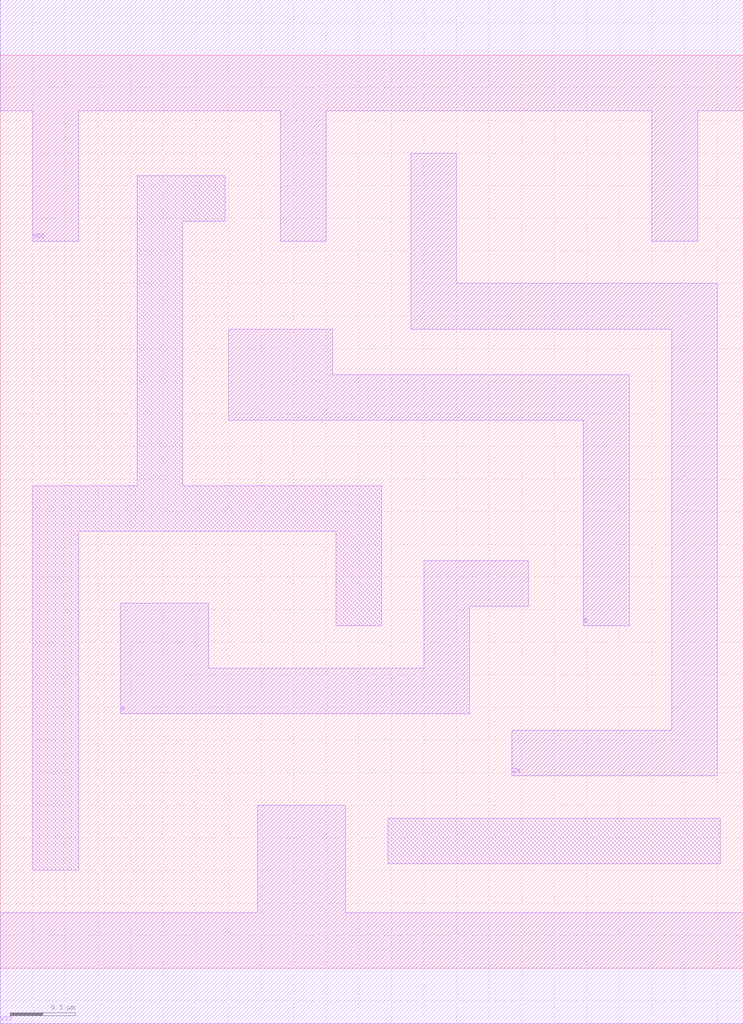
<source format=lef>
# 
# ******************************************************************************
# *                                                                            *
# *                   Copyright (C) 2004-2010, Nangate Inc.                    *
# *                           All rights reserved.                             *
# *                                                                            *
# * Nangate and the Nangate logo are trademarks of Nangate Inc.                *
# *                                                                            *
# * All trademarks, logos, software marks, and trade names (collectively the   *
# * "Marks") in this program are proprietary to Nangate or other respective    *
# * owners that have granted Nangate the right and license to use such Marks.  *
# * You are not permitted to use the Marks without the prior written consent   *
# * of Nangate or such third party that may own the Marks.                     *
# *                                                                            *
# * This file has been provided pursuant to a License Agreement containing     *
# * restrictions on its use. This file contains valuable trade secrets and     *
# * proprietary information of Nangate Inc., and is protected by U.S. and      *
# * international laws and/or treaties.                                        *
# *                                                                            *
# * The copyright notice(s) in this file does not indicate actual or intended  *
# * publication of this file.                                                  *
# *                                                                            *
# *     NGLibraryCreator, v2010.08-HR32-SP3-2010-08-05 - build 1009061800      *
# *                                                                            *
# ******************************************************************************
# 
# 
# Running on brazil06.nangate.com.br for user Giancarlo Franciscatto (gfr).
# Local time is now Fri, 3 Dec 2010, 19:32:18.
# Main process id is 27821.

VERSION 5.6 ;
BUSBITCHARS "[]" ;
DIVIDERCHAR "/" ;

MACRO XNOR2_X1
  CLASS core ;
  FOREIGN XNOR2_X1 0.0 0.0 ;
  ORIGIN 0 0 ;
  SYMMETRY X Y ;
  SITE FreePDK45_38x28_10R_NP_162NW_34O ;
  SIZE 1.14 BY 1.4 ;
  PIN A
    DIRECTION INPUT ;
    ANTENNAPARTIALMETALAREA 0.0688 LAYER metal1 ;
    ANTENNAPARTIALMETALSIDEAREA 0.2496 LAYER metal1 ;
    ANTENNAGATEAREA 0.0785 ;
    PORT
      LAYER metal1 ;
        POLYGON 0.185 0.39 0.72 0.39 0.72 0.555 0.81 0.555 0.81 0.625 0.65 0.625 0.65 0.46 0.32 0.46 0.32 0.56 0.185 0.56  ;
    END
  END A
  PIN B
    DIRECTION INPUT ;
    ANTENNAPARTIALMETALAREA 0.0763 LAYER metal1 ;
    ANTENNAPARTIALMETALSIDEAREA 0.2782 LAYER metal1 ;
    ANTENNAGATEAREA 0.0785 ;
    PORT
      LAYER metal1 ;
        POLYGON 0.35 0.84 0.585 0.84 0.895 0.84 0.895 0.525 0.965 0.525 0.965 0.91 0.585 0.91 0.51 0.91 0.51 0.98 0.35 0.98  ;
    END
  END B
  PIN ZN
    DIRECTION OUTPUT ;
    ANTENNAPARTIALMETALAREA 0.112 LAYER metal1 ;
    ANTENNAPARTIALMETALSIDEAREA 0.4342 LAYER metal1 ;
    ANTENNADIFFAREA 0.1463 ;
    PORT
      LAYER metal1 ;
        POLYGON 0.63 0.98 1.03 0.98 1.03 0.365 0.785 0.365 0.785 0.295 1.1 0.295 1.1 1.05 0.7 1.05 0.7 1.25 0.63 1.25  ;
    END
  END ZN
  PIN VDD
    DIRECTION INOUT ;
    USE power ;
    SHAPE ABUTMENT ;
    PORT
      LAYER metal1 ;
        POLYGON 0 1.315 0.05 1.315 0.05 1.115 0.12 1.115 0.12 1.315 0.43 1.315 0.43 1.115 0.5 1.115 0.5 1.315 0.585 1.315 1 1.315 1 1.115 1.07 1.115 1.07 1.315 1.105 1.315 1.14 1.315 1.14 1.485 1.105 1.485 0.585 1.485 0 1.485  ;
    END
  END VDD
  PIN VSS
    DIRECTION INOUT ;
    USE ground ;
    SHAPE ABUTMENT ;
    PORT
      LAYER metal1 ;
        POLYGON 0 -0.085 1.14 -0.085 1.14 0.085 0.53 0.085 0.53 0.25 0.395 0.25 0.395 0.085 0 0.085  ;
    END
  END VSS
  OBS
      LAYER metal1 ;
        POLYGON 0.05 0.15 0.12 0.15 0.12 0.67 0.515 0.67 0.515 0.525 0.585 0.525 0.585 0.74 0.28 0.74 0.28 1.145 0.345 1.145 0.345 1.215 0.21 1.215 0.21 0.74 0.05 0.74  ;
        POLYGON 0.595 0.16 1.105 0.16 1.105 0.23 0.595 0.23  ;
  END
END XNOR2_X1

END LIBRARY
#
# End of file
#

</source>
